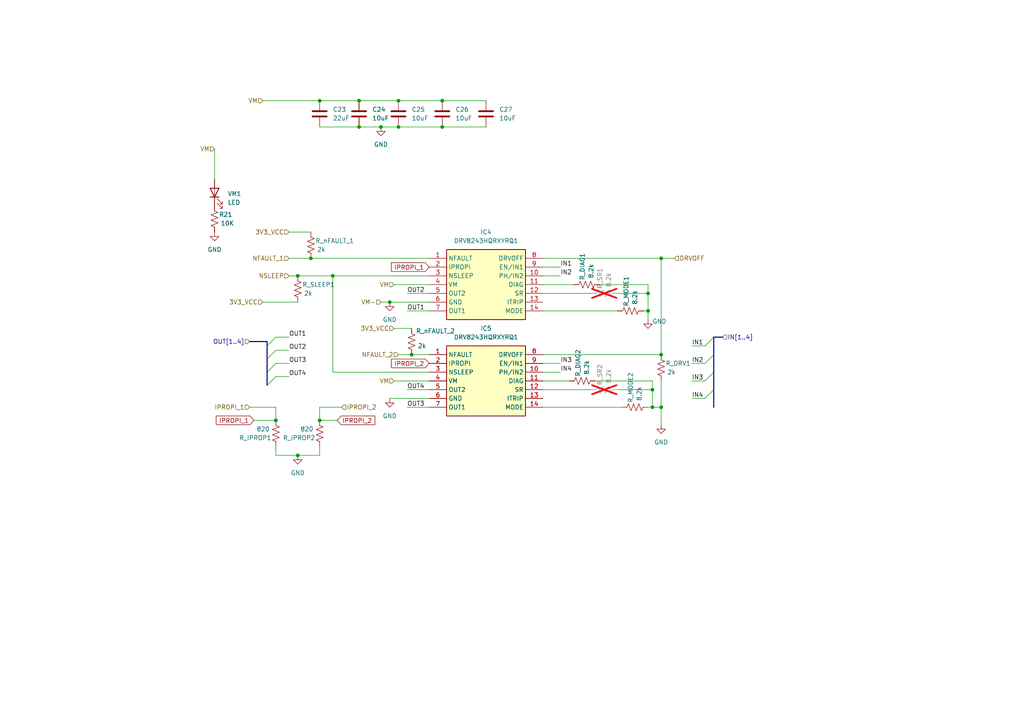
<source format=kicad_sch>
(kicad_sch (version 20231120) (generator "eeschema") (generator_version "8.0")
  (paper "A4")
  (lib_symbols
    (symbol "Device:C" (pin_numbers hide) (pin_names (offset 0.254))
      (property "Reference" "C" (at 0.635 2.54 0))
      (property "Value" "C" (at 0.635 -2.54 0))
      (symbol "C_0_1"
        (polyline (pts (xy -2.032 -0.762) (xy 2.032 -0.762)) (stroke (width 0.508)))
        (polyline (pts (xy -2.032 0.762) (xy 2.032 0.762)) (stroke (width 0.508)))
      )
      (symbol "C_1_1"
        (pin passive line (at 0 3.81 270) (length 2.794) (name "~") (number "1"))
        (pin passive line (at 0 -3.81 90) (length 2.794) (name "~") (number "2"))
      )
    )
    (symbol "Device:LED" (pin_numbers hide) (pin_names (offset 1.016) hide)
      (property "Reference" "D" (at 0 2.54 0))
      (property "Value" "LED" (at 0 -2.54 0))
      (symbol "LED_0_1"
        (polyline (pts (xy -1.27 -1.27) (xy -1.27 1.27)) (stroke (width 0.254)))
        (polyline (pts (xy -1.27 0) (xy 1.27 0)))
        (polyline (pts (xy 1.27 -1.27) (xy 1.27 1.27) (xy -1.27 0) (xy 1.27 -1.27)) (stroke (width 0.254)))
        (polyline (pts (xy -3.048 -0.762) (xy -4.572 -2.286) (xy -3.81 -2.286) (xy -4.572 -2.286) (xy -4.572 -1.524)))
        (polyline (pts (xy -1.778 -0.762) (xy -3.302 -2.286) (xy -2.54 -2.286) (xy -3.302 -2.286) (xy -3.302 -1.524)))
      )
      (symbol "LED_1_1"
        (pin passive line (at -3.81 0 0) (length 2.54) (name "K") (number "1"))
        (pin passive line (at 3.81 0 180) (length 2.54) (name "A") (number "2"))
      )
    )
    (symbol "Device:R_US" (pin_numbers hide) (pin_names (offset 0))
      (property "Reference" "R" (at 2.54 0 90))
      (property "Value" "R_US" (at -2.54 0 90))
      (symbol "R_US_0_1"
        (polyline (pts (xy 0 -2.286) (xy 0 -2.54)))
        (polyline (pts (xy 0 2.286) (xy 0 2.54)))
        (polyline (pts (xy 0 -0.762) (xy 1.016 -1.143) (xy 0 -1.524) (xy -1.016 -1.905) (xy 0 -2.286)))
        (polyline (pts (xy 0 0.762) (xy 1.016 0.381) (xy 0 0) (xy -1.016 -0.381) (xy 0 -0.762)))
        (polyline (pts (xy 0 2.286) (xy 1.016 1.905) (xy 0 1.524) (xy -1.016 1.143) (xy 0 0.762)))
      )
      (symbol "R_US_1_1"
        (pin passive line (at 0 3.81 270) (length 1.27) (name "~") (number "1"))
        (pin passive line (at 0 -3.81 90) (length 1.27) (name "~") (number "2"))
      )
    )
    (symbol "GND_1" (power) (pin_numbers hide) (pin_names (offset 0) hide)
      (property "Value" "GND" (at 0 -3.81 0))
      (symbol "GND_1_0_1"
        (polyline (pts (xy 0 0) (xy 0 -1.27) (xy 1.27 -1.27) (xy 0 -2.54) (xy -1.27 -1.27) (xy 0 -1.27)))
      )
      (symbol "GND_1_1_1"
        (pin power_in line (at 0 0 270) (length 0) (name "~") (number "1"))
      )
    )
    (symbol "SamacSys_Parts:DRV8243HQRXYRQ1"
      (property "Reference" "IC" (at 29.21 7.62 0))
      (property "Value" "DRV8243HQRXYRQ1" (at 29.21 5.08 0))
      (symbol "DRV8243HQRXYRQ1_1_1"
        (rectangle (start 5.08 2.54) (end 27.94 -17.78) (stroke (width 0.254)) (fill (type background)))
        (pin passive line (at 0 0 0) (length 5.08) (name "NFAULT") (number "1"))
        (pin passive line (at 33.02 -5.08 180) (length 5.08) (name "PH/IN2") (number "10"))
        (pin passive line (at 33.02 -7.62 180) (length 5.08) (name "DIAG") (number "11"))
        (pin passive line (at 33.02 -10.16 180) (length 5.08) (name "SR") (number "12"))
        (pin passive line (at 33.02 -12.7 180) (length 5.08) (name "ITRIP") (number "13"))
        (pin passive line (at 33.02 -15.24 180) (length 5.08) (name "MODE") (number "14"))
        (pin passive line (at 0 -2.54 0) (length 5.08) (name "IPROPI") (number "2"))
        (pin passive line (at 0 -5.08 0) (length 5.08) (name "NSLEEP") (number "3"))
        (pin passive line (at 0 -7.62 0) (length 5.08) (name "VM") (number "4"))
        (pin passive line (at 0 -10.16 0) (length 5.08) (name "OUT2") (number "5"))
        (pin passive line (at 0 -12.7 0) (length 5.08) (name "GND") (number "6"))
        (pin passive line (at 0 -15.24 0) (length 5.08) (name "OUT1") (number "7"))
        (pin passive line (at 33.02 0 180) (length 5.08) (name "DRVOFF") (number "8"))
        (pin passive line (at 33.02 -2.54 180) (length 5.08) (name "EN/IN1") (number "9"))
      )
    )
    (symbol "power:GND" (power) (pin_names (offset 0))
      (property "Value" "GND" (at 0 -3.81 0))
      (symbol "GND_0_1"
        (polyline (pts (xy 0 0) (xy 0 -1.27) (xy 1.27 -1.27) (xy 0 -2.54) (xy -1.27 -1.27) (xy 0 -1.27)))
      )
      (symbol "GND_1_1"
        (pin power_in line (at 0 0 270) (length 0) hide (name "GND") (number "1"))
      )
    )
  )
  (junction (at 96.52 80.01))
  (junction (at 119.38 102.87))
  (junction (at 115.57 36.83))
  (junction (at 92.71 121.92))
  (junction (at 189.23 113.03))
  (junction (at 189.23 118.11))
  (junction (at 113.03 87.63))
  (junction (at 86.36 80.01))
  (junction (at 104.14 29.21))
  (junction (at 128.27 29.21))
  (junction (at 115.57 29.21))
  (junction (at 92.71 29.21))
  (junction (at 187.96 90.17))
  (junction (at 128.27 36.83))
  (junction (at 90.17 74.93))
  (junction (at 191.77 102.87))
  (junction (at 191.77 74.93))
  (junction (at 86.36 132.08))
  (junction (at 187.96 85.09))
  (junction (at 104.14 36.83))
  (junction (at 191.77 118.11))
  (junction (at 110.49 36.83))
  (junction (at 80.01 121.92))
  (bus_entry (at 77.47 104.14) (size 2.54 -2.54))
  (bus_entry (at 77.47 100.33) (size 2.54 -2.54))
  (bus_entry (at 207.01 113.03) (size -2.54 2.54))
  (bus_entry (at 77.47 111.76) (size 2.54 -2.54))
  (bus_entry (at 77.47 107.95) (size 2.54 -2.54))
  (bus_entry (at 207.01 107.95) (size -2.54 2.54))
  (bus_entry (at 207.01 102.87) (size -2.54 2.54))
  (bus_entry (at 207.01 97.79) (size -2.54 2.54))
  (wire (pts (xy 96.52 107.95) (xy 96.52 80.01)))
  (wire (pts (xy 191.77 118.11) (xy 189.23 118.11)))
  (bus (pts (xy 207.01 97.79) (xy 207.01 102.87)))
  (wire (pts (xy 124.46 107.95) (xy 96.52 107.95)))
  (wire (pts (xy 115.57 29.21) (xy 128.27 29.21)))
  (wire (pts (xy 97.79 121.92) (xy 92.71 121.92)))
  (wire (pts (xy 157.48 118.11) (xy 180.34 118.11)))
  (wire (pts (xy 92.71 29.21) (xy 104.14 29.21)))
  (wire (pts (xy 104.14 29.21) (xy 115.57 29.21)))
  (bus (pts (xy 77.47 107.95) (xy 77.47 111.76)))
  (wire (pts (xy 114.3 110.49) (xy 124.46 110.49)))
  (wire (pts (xy 76.2 29.21) (xy 92.71 29.21)))
  (wire (pts (xy 157.48 80.01) (xy 162.56 80.01)))
  (wire (pts (xy 173.99 82.55) (xy 187.96 82.55)))
  (wire (pts (xy 72.39 118.11) (xy 80.01 118.11)))
  (wire (pts (xy 73.66 121.92) (xy 80.01 121.92)))
  (bus (pts (xy 207.01 97.79) (xy 209.55 97.79)))
  (bus (pts (xy 72.39 99.06) (xy 77.47 99.06)))
  (wire (pts (xy 119.38 102.87) (xy 124.46 102.87)))
  (wire (pts (xy 118.11 90.17) (xy 124.46 90.17)))
  (wire (pts (xy 80.01 118.11) (xy 80.01 121.92)))
  (wire (pts (xy 92.71 132.08) (xy 92.71 129.54)))
  (wire (pts (xy 83.82 67.31) (xy 90.17 67.31)))
  (wire (pts (xy 92.71 118.11) (xy 92.71 121.92)))
  (wire (pts (xy 118.11 118.11) (xy 124.46 118.11)))
  (wire (pts (xy 157.48 90.17) (xy 179.07 90.17)))
  (bus (pts (xy 207.01 113.03) (xy 207.01 118.11)))
  (wire (pts (xy 179.07 113.03) (xy 189.23 113.03)))
  (wire (pts (xy 200.66 105.41) (xy 204.47 105.41)))
  (bus (pts (xy 207.01 102.87) (xy 207.01 107.95)))
  (wire (pts (xy 124.46 74.93) (xy 90.17 74.93)))
  (bus (pts (xy 207.01 107.95) (xy 207.01 113.03)))
  (wire (pts (xy 157.48 113.03) (xy 171.45 113.03)))
  (wire (pts (xy 200.66 110.49) (xy 204.47 110.49)))
  (wire (pts (xy 99.06 118.11) (xy 92.71 118.11)))
  (wire (pts (xy 157.48 77.47) (xy 162.56 77.47)))
  (wire (pts (xy 187.96 82.55) (xy 187.96 85.09)))
  (wire (pts (xy 179.07 85.09) (xy 187.96 85.09)))
  (wire (pts (xy 80.01 129.54) (xy 80.01 132.08)))
  (wire (pts (xy 157.48 82.55) (xy 166.37 82.55)))
  (wire (pts (xy 62.23 43.18) (xy 62.23 52.07)))
  (wire (pts (xy 157.48 107.95) (xy 162.56 107.95)))
  (wire (pts (xy 86.36 80.01) (xy 96.52 80.01)))
  (wire (pts (xy 157.48 105.41) (xy 162.56 105.41)))
  (wire (pts (xy 128.27 36.83) (xy 140.97 36.83)))
  (wire (pts (xy 191.77 118.11) (xy 191.77 123.19)))
  (wire (pts (xy 113.03 87.63) (xy 124.46 87.63)))
  (wire (pts (xy 110.49 36.83) (xy 115.57 36.83)))
  (wire (pts (xy 96.52 80.01) (xy 124.46 80.01)))
  (wire (pts (xy 80.01 109.22) (xy 83.82 109.22)))
  (wire (pts (xy 118.11 113.03) (xy 124.46 113.03)))
  (wire (pts (xy 191.77 74.93) (xy 195.58 74.93)))
  (wire (pts (xy 187.96 90.17) (xy 187.96 92.71)))
  (wire (pts (xy 189.23 113.03) (xy 189.23 118.11)))
  (wire (pts (xy 172.72 110.49) (xy 189.23 110.49)))
  (bus (pts (xy 77.47 99.06) (xy 77.47 100.33)))
  (wire (pts (xy 200.66 115.57) (xy 204.47 115.57)))
  (wire (pts (xy 189.23 110.49) (xy 189.23 113.03)))
  (wire (pts (xy 187.96 118.11) (xy 189.23 118.11)))
  (wire (pts (xy 114.3 95.25) (xy 119.38 95.25)))
  (wire (pts (xy 80.01 101.6) (xy 83.82 101.6)))
  (wire (pts (xy 115.57 36.83) (xy 128.27 36.83)))
  (bus (pts (xy 77.47 104.14) (xy 77.47 107.95)))
  (wire (pts (xy 80.01 97.79) (xy 83.82 97.79)))
  (wire (pts (xy 86.36 87.63) (xy 76.2 87.63)))
  (wire (pts (xy 157.48 74.93) (xy 191.77 74.93)))
  (wire (pts (xy 104.14 36.83) (xy 110.49 36.83)))
  (wire (pts (xy 187.96 85.09) (xy 187.96 90.17)))
  (wire (pts (xy 80.01 132.08) (xy 86.36 132.08)))
  (wire (pts (xy 118.11 85.09) (xy 124.46 85.09)))
  (wire (pts (xy 110.49 87.63) (xy 113.03 87.63)))
  (wire (pts (xy 90.17 74.93) (xy 83.82 74.93)))
  (wire (pts (xy 86.36 80.01) (xy 83.82 80.01)))
  (wire (pts (xy 80.01 105.41) (xy 83.82 105.41)))
  (wire (pts (xy 191.77 74.93) (xy 191.77 102.87)))
  (wire (pts (xy 113.03 115.57) (xy 124.46 115.57)))
  (wire (pts (xy 157.48 85.09) (xy 171.45 85.09)))
  (wire (pts (xy 157.48 110.49) (xy 165.1 110.49)))
  (wire (pts (xy 200.66 100.33) (xy 204.47 100.33)))
  (wire (pts (xy 114.3 82.55) (xy 124.46 82.55)))
  (wire (pts (xy 187.96 90.17) (xy 186.69 90.17)))
  (wire (pts (xy 92.71 36.83) (xy 104.14 36.83)))
  (wire (pts (xy 115.57 102.87) (xy 119.38 102.87)))
  (wire (pts (xy 157.48 102.87) (xy 191.77 102.87)))
  (wire (pts (xy 86.36 132.08) (xy 92.71 132.08)))
  (bus (pts (xy 77.47 100.33) (xy 77.47 104.14)))
  (wire (pts (xy 128.27 29.21) (xy 140.97 29.21)))
  (wire (pts (xy 191.77 110.49) (xy 191.77 118.11)))
  (label "IN3" (at 200.66 110.49 0))
  (label "OUT3" (at 83.82 105.41 0))
  (label "OUT3" (at 118.11 118.11 0))
  (label "IN4" (at 200.66 115.57 0))
  (label "IN4" (at 162.56 107.95 0))
  (label "OUT1" (at 83.82 97.79 0))
  (label "OUT4" (at 118.11 113.03 0))
  (label "OUT2" (at 83.82 101.6 0))
  (label "OUT4" (at 83.82 109.22 0))
  (label "OUT2" (at 118.11 85.09 0))
  (label "IN3" (at 162.56 105.41 0))
  (label "IN2" (at 200.66 105.41 0))
  (label "OUT1" (at 118.11 90.17 0))
  (label "IN1" (at 162.56 77.47 0))
  (label "IN1" (at 200.66 100.33 0))
  (label "IN2" (at 162.56 80.01 0))
  (global_label "IPROPI_1" (shape input) (at 124.46 77.47 180) (property "Intersheetrefs" "${INTERSHEET_REFS}" (effects (hide yes))))
  (global_label "IPROPI_2" (shape input) (at 97.79 121.92 0) (property "Intersheetrefs" "${INTERSHEET_REFS}" (effects (hide yes))))
  (global_label "IPROPI_2" (shape input) (at 124.46 105.41 180) (property "Intersheetrefs" "${INTERSHEET_REFS}" (effects (hide yes))))
  (global_label "IPROPI_1" (shape input) (at 73.66 121.92 180) (property "Intersheetrefs" "${INTERSHEET_REFS}" (effects (hide yes))))
  (hierarchical_label "VM" (shape input) (at 62.23 43.18 180))
  (hierarchical_label "3V3_VCC" (shape input) (at 76.2 87.63 180))
  (hierarchical_label "DRVOFF" (shape input) (at 195.58 74.93 0))
  (hierarchical_label "NFAULT_1" (shape input) (at 83.82 74.93 180))
  (hierarchical_label "VM" (shape input) (at 114.3 110.49 180))
  (hierarchical_label "VM" (shape input) (at 114.3 82.55 180))
  (hierarchical_label "3V3_VCC" (shape input) (at 83.82 67.31 180))
  (hierarchical_label "VM-" (shape input) (at 110.49 87.63 180))
  (hierarchical_label "NFAULT_2" (shape input) (at 115.57 102.87 180))
  (hierarchical_label "NSLEEP" (shape input) (at 83.82 80.01 180))
  (hierarchical_label "3V3_VCC" (shape input) (at 114.3 95.25 180))
  (hierarchical_label "IN[1..4]" (shape input) (at 209.55 97.79 0))
  (hierarchical_label "IPROPI_1" (shape input) (at 72.39 118.11 180))
  (hierarchical_label "VM" (shape input) (at 76.2 29.21 180))
  (hierarchical_label "IPROPI_2" (shape input) (at 99.06 118.11 0))
  (hierarchical_label "OUT[1..4]" (shape input) (at 72.39 99.06 180))
  (symbol (lib_id "Device:R_US") (at 175.26 85.09 270) (unit 1) (dnp yes)
    (property "Reference" "R_SR1" (at 173.99 83.82 0) (effects (justify right)))
    (property "Value" "8.2k" (at 176.53 83.312 0) (effects (justify right)))
    (property "Footprint" "Resistor_SMD:R_0603_1608Metric" (effects (hide yes)))
    (property "Description" "Resistor, US symbol" (effects (hide yes)))
    (property "LCSC" "C25981" (effects (hide yes)))
    (property "LCSC Part" "C25981" (effects (hide yes)))
    (property "LCSC Part Number" "C25981" (effects (hide yes)))
  )
  (symbol (lib_id "Device:C") (at 104.14 33.02 0) (unit 1)
    (property "Reference" "C24" (at 107.95 31.7499 0) (effects (justify left)))
    (property "Value" "10uF" (at 107.95 34.2899 0) (effects (justify left)))
    (property "Footprint" "Capacitor_SMD:C_1210_3225Metric" (effects (hide yes)))
    (property "Description" "Unpolarized capacitor" (effects (hide yes)))
    (property "LCSC" "C2929200" (effects (hide yes)))
    (property "LCSC Part Number" "C2929200" (effects (hide yes)))
    (property "LCSC Part" "C2929200" (effects (hide yes)))
  )
  (symbol (lib_id "SamacSys_Parts:DRV8243HQRXYRQ1") (at 124.46 74.93 0) (unit 1)
    (property "Reference" "IC4" (at 140.97 67.31 0))
    (property "Value" "DRV8243HQRXYRQ1" (at 140.97 69.85 0))
    (property "Footprint" "SamacSys_Parts:DRV8243HQRXYRQ1" (effects (hide yes)))
    (property "Description" "Motor/Motion/Ignition Controllers & Drivers Automotive 40-V, 12-A H-Bridge driver with integrated current sensing and feedback" (effects (hide yes)))
    (property "Height" "1" (effects (hide yes)))
    (property "Mouser Part Number" "595-DRV8243HQRXYRQ1" (effects (hide yes)))
    (property "Mouser Price/Stock" "https://www.mouser.co.uk/ProductDetail/Texas-Instruments/DRV8243HQRXYRQ1?qs=Li%252BoUPsLEnvMQk81ohmH%252BA%3D%3D" (effects (hide yes)))
    (property "Manufacturer_Name" "Texas Instruments" (effects (hide yes)))
    (property "Manufacturer_Part_Number" "DRV8243HQRXYRQ1" (effects (hide yes)))
  )
  (symbol (lib_id "Device:C") (at 128.27 33.02 0) (unit 1)
    (property "Reference" "C26" (at 132.08 31.7499 0) (effects (justify left)))
    (property "Value" "10uF" (at 132.08 34.2899 0) (effects (justify left)))
    (property "Footprint" "Capacitor_SMD:C_1210_3225Metric" (effects (hide yes)))
    (property "Description" "Unpolarized capacitor" (effects (hide yes)))
    (property "LCSC" "C2929200" (effects (hide yes)))
    (property "LCSC Part Number" "C2929200" (effects (hide yes)))
    (property "LCSC Part" "C2929200" (effects (hide yes)))
  )
  (symbol (lib_id "Device:R_US") (at 175.26 113.03 270) (unit 1) (dnp yes)
    (property "Reference" "R_SR2" (at 173.99 111.76 0) (effects (justify right)))
    (property "Value" "8.2k" (at 176.53 111.252 0) (effects (justify right)))
    (property "Footprint" "Resistor_SMD:R_0603_1608Metric" (effects (hide yes)))
    (property "Description" "Resistor, US symbol" (effects (hide yes)))
    (property "LCSC" "C25981" (effects (hide yes)))
    (property "LCSC Part" "C25981" (effects (hide yes)))
    (property "LCSC Part Number" "C25981" (effects (hide yes)))
  )
  (symbol (lib_id "Device:R_US") (at 168.91 110.49 270) (unit 1)
    (property "Reference" "R_DIAG2" (at 167.64 109.22 0) (effects (justify right)))
    (property "Value" "8.2k" (at 170.18 108.712 0) (effects (justify right)))
    (property "Footprint" "Resistor_SMD:R_0603_1608Metric" (effects (hide yes)))
    (property "Description" "Resistor, US symbol" (effects (hide yes)))
    (property "LCSC" "C25981" (effects (hide yes)))
    (property "LCSC Part" "C25981" (effects (hide yes)))
    (property "LCSC Part Number" "C25981" (effects (hide yes)))
  )
  (symbol (lib_id "Device:R_US") (at 119.38 99.06 180) (unit 1)
    (property "Reference" "R_nFAULT_2" (at 120.65 96.012 0) (effects (justify right)))
    (property "Value" "2k" (at 121.158 100.33 0) (effects (justify right)))
    (property "Footprint" "Resistor_SMD:R_0603_1608Metric" (effects (hide yes)))
    (property "Description" "Resistor, US symbol" (effects (hide yes)))
    (property "LCSC" "C217936" (effects (hide yes)))
    (property "LCSC Part" "C217936" (effects (hide yes)))
    (property "LCSC Part Number" "C217936" (effects (hide yes)))
  )
  (symbol (lib_id "power:GND") (at 113.03 87.63 0) (unit 1)
    (property "Reference" "#PWR046" (effects (hide yes)))
    (property "Value" "GND" (at 113.03 92.71 0))
  )
  (symbol (lib_id "Device:C") (at 140.97 33.02 0) (unit 1)
    (property "Reference" "C27" (at 144.78 31.7499 0) (effects (justify left)))
    (property "Value" "10uF" (at 144.78 34.2899 0) (effects (justify left)))
    (property "Footprint" "Capacitor_SMD:C_1210_3225Metric" (effects (hide yes)))
    (property "Description" "Unpolarized capacitor" (effects (hide yes)))
    (property "LCSC" "C2929200" (effects (hide yes)))
    (property "LCSC Part Number" "C2929200" (effects (hide yes)))
    (property "LCSC Part" "C2929200" (effects (hide yes)))
  )
  (symbol (lib_id "Device:R_US") (at 184.15 118.11 270) (unit 1)
    (property "Reference" "R_MODE2" (at 182.88 116.84 0) (effects (justify right)))
    (property "Value" "8.2k" (at 185.42 116.332 0) (effects (justify right)))
    (property "Footprint" "Resistor_SMD:R_0603_1608Metric" (effects (hide yes)))
    (property "Description" "Resistor, US symbol" (effects (hide yes)))
    (property "LCSC" "C25981" (effects (hide yes)))
    (property "LCSC Part" "C25981" (effects (hide yes)))
    (property "LCSC Part Number" "C25981" (effects (hide yes)))
  )
  (symbol (lib_id "power:GND") (at 86.36 132.08 0) (unit 1)
    (property "Reference" "#PWR04" (effects (hide yes)))
    (property "Value" "GND" (at 86.36 137.16 0))
  )
  (symbol (lib_id "power:GND") (at 113.03 115.57 0) (unit 1)
    (property "Reference" "#PWR030" (effects (hide yes)))
    (property "Value" "GND" (at 113.03 120.65 0))
  )
  (symbol (lib_name "GND_1") (lib_id "power:GND") (at 110.49 36.83 0) (unit 1)
    (property "Reference" "#PWR035" (effects (hide yes)))
    (property "Value" "GND" (at 110.49 41.91 0))
    (property "Description" "Power symbol creates a global label with name \"GND\" , ground" (effects (hide yes)))
  )
  (symbol (lib_id "Device:C") (at 115.57 33.02 0) (unit 1)
    (property "Reference" "C25" (at 119.38 31.7499 0) (effects (justify left)))
    (property "Value" "10uF" (at 119.38 34.2899 0) (effects (justify left)))
    (property "Footprint" "Capacitor_SMD:C_0603_1608Metric" (effects (hide yes)))
    (property "Description" "Unpolarized capacitor" (effects (hide yes)))
    (property "LCSC" "C96446" (effects (hide yes)))
    (property "LCSC Part Number" "C96446" (effects (hide yes)))
    (property "LCSC Part" "C96446" (effects (hide yes)))
  )
  (symbol (lib_id "Device:R_US") (at 62.23 63.5 180) (unit 1)
    (property "Reference" "R21" (at 63.5 62.23 0) (effects (justify right)))
    (property "Value" "10K" (at 64.008 64.77 0) (effects (justify right)))
    (property "Footprint" "Resistor_SMD:R_0603_1608Metric" (effects (hide yes)))
    (property "Description" "Resistor, US symbol" (effects (hide yes)))
    (property "LCSC" "C469659" (effects (hide yes)))
    (property "LCSC Part" "C469659" (effects (hide yes)))
    (property "LCSC Part Number" "C469659" (effects (hide yes)))
  )
  (symbol (lib_id "Device:R_US") (at 191.77 106.68 180) (unit 1)
    (property "Reference" "R_DRV1" (at 193.04 105.41 0) (effects (justify right)))
    (property "Value" "2k" (at 193.548 107.95 0) (effects (justify right)))
    (property "Footprint" "Resistor_SMD:R_0603_1608Metric" (effects (hide yes)))
    (property "Description" "Resistor, US symbol" (effects (hide yes)))
    (property "LCSC" "C217936" (effects (hide yes)))
    (property "LCSC Part" "C217936" (effects (hide yes)))
    (property "LCSC Part Number" "C217936" (effects (hide yes)))
  )
  (symbol (lib_id "Device:R_US") (at 92.71 125.73 0) (unit 1)
    (property "Reference" "R_IPROP2" (at 91.44 127 0) (effects (justify right)))
    (property "Value" "820" (at 90.932 124.46 0) (effects (justify right)))
    (property "Footprint" "Resistor_SMD:R_0603_1608Metric" (effects (hide yes)))
    (property "Description" "Resistor, US symbol" (effects (hide yes)))
    (property "LCSC" "C23253" (effects (hide yes)))
    (property "LCSC Part" "C23253" (effects (hide yes)))
    (property "LCSC Part Number" "C23253" (effects (hide yes)))
  )
  (symbol (lib_id "power:GND") (at 191.77 123.19 0) (unit 1)
    (property "Reference" "#PWR03" (effects (hide yes)))
    (property "Value" "GND" (at 191.77 128.27 0))
  )
  (symbol (lib_id "Device:R_US") (at 80.01 125.73 0) (unit 1)
    (property "Reference" "R_IPROP1" (at 78.74 127 0) (effects (justify right)))
    (property "Value" "820" (at 78.232 124.46 0) (effects (justify right)))
    (property "Footprint" "Resistor_SMD:R_0603_1608Metric" (effects (hide yes)))
    (property "Description" "Resistor, US symbol" (effects (hide yes)))
    (property "LCSC" "C23253" (effects (hide yes)))
    (property "LCSC Part" "C23253" (effects (hide yes)))
    (property "LCSC Part Number" "C23253" (effects (hide yes)))
  )
  (symbol (lib_id "Device:R_US") (at 86.36 83.82 180) (unit 1)
    (property "Reference" "R_SLEEP1" (at 87.63 82.55 0) (effects (justify right)))
    (property "Value" "2k" (at 88.138 85.09 0) (effects (justify right)))
    (property "Footprint" "Resistor_SMD:R_0603_1608Metric" (effects (hide yes)))
    (property "Description" "Resistor, US symbol" (effects (hide yes)))
    (property "LCSC" "C217936" (effects (hide yes)))
    (property "LCSC Part" "C217936" (effects (hide yes)))
    (property "LCSC Part Number" "C217936" (effects (hide yes)))
  )
  (symbol (lib_id "Device:R_US") (at 170.18 82.55 270) (unit 1)
    (property "Reference" "R_DIAG1" (at 168.91 81.28 0) (effects (justify right)))
    (property "Value" "8.2k" (at 171.45 80.772 0) (effects (justify right)))
    (property "Footprint" "Resistor_SMD:R_0603_1608Metric" (effects (hide yes)))
    (property "Description" "Resistor, US symbol" (effects (hide yes)))
    (property "LCSC" "C25981" (effects (hide yes)))
    (property "LCSC Part" "C25981" (effects (hide yes)))
    (property "LCSC Part Number" "C25981" (effects (hide yes)))
  )
  (symbol (lib_id "Device:LED") (at 62.23 55.88 90) (unit 1)
    (property "Reference" "VM1" (at 66.04 56.1974 90) (effects (justify right)))
    (property "Value" "LED" (at 66.04 58.7374 90) (effects (justify right)))
    (property "Footprint" "LED_SMD:LED_0603_1608Metric" (effects (hide yes)))
    (property "Description" "Light emitting diode" (effects (hide yes)))
    (property "LCSC" "C965804" (effects (hide yes)))
    (property "LCSC Part" "C965804" (effects (hide yes)))
    (property "LCSC Part Number" "C965804" (effects (hide yes)))
  )
  (symbol (lib_id "power:GND") (at 62.23 67.31 0) (unit 1)
    (property "Reference" "#PWR010" (effects (hide yes)))
    (property "Value" "GND" (at 62.23 72.39 0))
  )
  (symbol (lib_id "power:GND") (at 187.96 92.71 0) (unit 1)
    (property "Reference" "#PWR02" (effects (hide yes)))
    (property "Value" "GND" (at 191.262 93.218 0))
  )
  (symbol (lib_id "Device:R_US") (at 90.17 71.12 180) (unit 1)
    (property "Reference" "R_nFAULT_1" (at 91.44 69.85 0) (effects (justify right)))
    (property "Value" "2k" (at 91.948 72.39 0) (effects (justify right)))
    (property "Footprint" "Resistor_SMD:R_0603_1608Metric" (effects (hide yes)))
    (property "Description" "Resistor, US symbol" (effects (hide yes)))
    (property "LCSC" "C217936" (effects (hide yes)))
    (property "LCSC Part" "C217936" (effects (hide yes)))
    (property "LCSC Part Number" "C217936" (effects (hide yes)))
  )
  (symbol (lib_id "Device:C") (at 92.71 33.02 0) (unit 1)
    (property "Reference" "C23" (at 96.52 31.7499 0) (effects (justify left)))
    (property "Value" "22uF" (at 96.52 34.2899 0) (effects (justify left)))
    (property "Footprint" "Capacitor_SMD:C_1210_3225Metric" (effects (hide yes)))
    (property "Description" "Unpolarized capacitor" (effects (hide yes)))
    (property "Voltage Rating" "100V" (effects (hide yes)))
    (property "LCSC" "C2929200" (effects (hide yes)))
    (property "LCSC Part Number" "C2929200" (effects (hide yes)))
  )
  (symbol (lib_id "Device:R_US") (at 182.88 90.17 270) (unit 1)
    (property "Reference" "R_MODE1" (at 181.61 88.9 0) (effects (justify right)))
    (property "Value" "8.2k" (at 184.15 88.392 0) (effects (justify right)))
    (property "Footprint" "Resistor_SMD:R_0603_1608Metric" (effects (hide yes)))
    (property "Description" "Resistor, US symbol" (effects (hide yes)))
    (property "LCSC" "C25981" (effects (hide yes)))
    (property "LCSC Part" "C25981" (effects (hide yes)))
    (property "LCSC Part Number" "C25981" (effects (hide yes)))
  )
  (symbol (lib_id "SamacSys_Parts:DRV8243HQRXYRQ1") (at 124.46 102.87 0) (unit 1)
    (property "Reference" "IC5" (at 140.97 95.25 0))
    (property "Value" "DRV8243HQRXYRQ1" (at 140.97 97.79 0))
    (property "Footprint" "SamacSys_Parts:DRV8243HQRXYRQ1" (effects (hide yes)))
    (property "Description" "Motor/Motion/Ignition Controllers & Drivers Automotive 40-V, 12-A H-Bridge driver with integrated current sensing and feedback" (effects (hide yes)))
    (property "Height" "1" (effects (hide yes)))
    (property "Mouser Part Number" "595-DRV8243HQRXYRQ1" (effects (hide yes)))
    (property "Mouser Price/Stock" "https://www.mouser.co.uk/ProductDetail/Texas-Instruments/DRV8243HQRXYRQ1?qs=Li%252BoUPsLEnvMQk81ohmH%252BA%3D%3D" (effects (hide yes)))
    (property "Manufacturer_Name" "Texas Instruments" (effects (hide yes)))
    (property "Manufacturer_Part_Number" "DRV8243HQRXYRQ1" (effects (hide yes)))
  )
)
</source>
